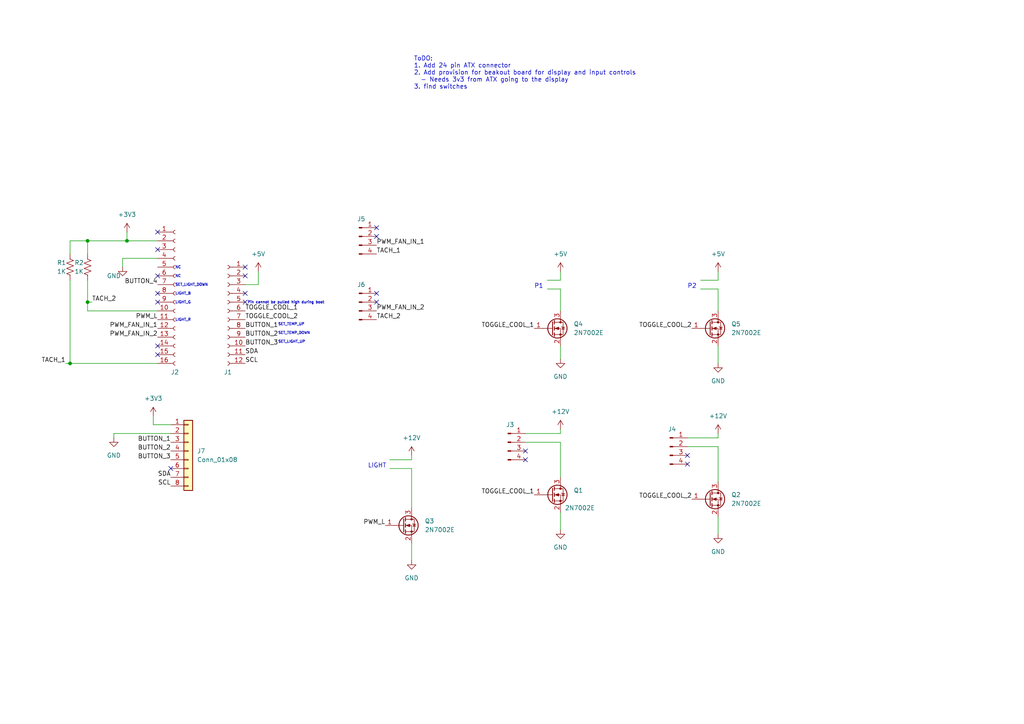
<source format=kicad_sch>
(kicad_sch (version 20230121) (generator eeschema)
  (paper "A4")
  (lib_symbols
    (symbol "Connector:Conn_01x04_Pin" (pin_names (offset 1.016) hide)
      (property "Reference" "J" (at 0 5.08 0))
      (property "Value" "Conn_01x04_Pin" (at 0 -7.62 0))
      (symbol "Conn_01x04_Pin_1_1"
        (polyline (pts (xy 1.27 -5.08) (xy 0.8636 -5.08)) (stroke (width 0.1524)))
        (polyline (pts (xy 1.27 -2.54) (xy 0.8636 -2.54)) (stroke (width 0.1524)))
        (polyline (pts (xy 1.27 0) (xy 0.8636 0)) (stroke (width 0.1524)))
        (polyline (pts (xy 1.27 2.54) (xy 0.8636 2.54)) (stroke (width 0.1524)))
        (rectangle (start 0.8636 -4.953) (end 0 -5.207) (stroke (width 0.1524)) (fill (type outline)))
        (rectangle (start 0.8636 -2.413) (end 0 -2.667) (stroke (width 0.1524)) (fill (type outline)))
        (rectangle (start 0.8636 0.127) (end 0 -0.127) (stroke (width 0.1524)) (fill (type outline)))
        (rectangle (start 0.8636 2.667) (end 0 2.413) (stroke (width 0.1524)) (fill (type outline)))
        (pin passive line (at 5.08 2.54 180) (length 3.81) (name "Pin_1") (number "1"))
        (pin passive line (at 5.08 0 180) (length 3.81) (name "Pin_2") (number "2"))
        (pin passive line (at 5.08 -2.54 180) (length 3.81) (name "Pin_3") (number "3"))
        (pin passive line (at 5.08 -5.08 180) (length 3.81) (name "Pin_4") (number "4"))
      )
    )
    (symbol "Connector:Conn_01x12_Socket" (pin_names (offset 1.016) hide)
      (property "Reference" "J" (at 0 15.24 0))
      (property "Value" "Conn_01x12_Socket" (at 0 -17.78 0))
      (symbol "Conn_01x12_Socket_1_1"
        (arc (start 0 -14.732) (mid -0.5058 -15.24) (end 0 -15.748) (stroke (width 0.1524)))
        (arc (start 0 -12.192) (mid -0.5058 -12.7) (end 0 -13.208) (stroke (width 0.1524)))
        (arc (start 0 -9.652) (mid -0.5058 -10.16) (end 0 -10.668) (stroke (width 0.1524)))
        (arc (start 0 -7.112) (mid -0.5058 -7.62) (end 0 -8.128) (stroke (width 0.1524)))
        (arc (start 0 -4.572) (mid -0.5058 -5.08) (end 0 -5.588) (stroke (width 0.1524)))
        (arc (start 0 -2.032) (mid -0.5058 -2.54) (end 0 -3.048) (stroke (width 0.1524)))
        (polyline (pts (xy -1.27 -15.24) (xy -0.508 -15.24)) (stroke (width 0.1524)))
        (polyline (pts (xy -1.27 -12.7) (xy -0.508 -12.7)) (stroke (width 0.1524)))
        (polyline (pts (xy -1.27 -10.16) (xy -0.508 -10.16)) (stroke (width 0.1524)))
        (polyline (pts (xy -1.27 -7.62) (xy -0.508 -7.62)) (stroke (width 0.1524)))
        (polyline (pts (xy -1.27 -5.08) (xy -0.508 -5.08)) (stroke (width 0.1524)))
        (polyline (pts (xy -1.27 -2.54) (xy -0.508 -2.54)) (stroke (width 0.1524)))
        (polyline (pts (xy -1.27 0) (xy -0.508 0)) (stroke (width 0.1524)))
        (polyline (pts (xy -1.27 2.54) (xy -0.508 2.54)) (stroke (width 0.1524)))
        (polyline (pts (xy -1.27 5.08) (xy -0.508 5.08)) (stroke (width 0.1524)))
        (polyline (pts (xy -1.27 7.62) (xy -0.508 7.62)) (stroke (width 0.1524)))
        (polyline (pts (xy -1.27 10.16) (xy -0.508 10.16)) (stroke (width 0.1524)))
        (polyline (pts (xy -1.27 12.7) (xy -0.508 12.7)) (stroke (width 0.1524)))
        (arc (start 0 0.508) (mid -0.5058 0) (end 0 -0.508) (stroke (width 0.1524)))
        (arc (start 0 3.048) (mid -0.5058 2.54) (end 0 2.032) (stroke (width 0.1524)))
        (arc (start 0 5.588) (mid -0.5058 5.08) (end 0 4.572) (stroke (width 0.1524)))
        (arc (start 0 8.128) (mid -0.5058 7.62) (end 0 7.112) (stroke (width 0.1524)))
        (arc (start 0 10.668) (mid -0.5058 10.16) (end 0 9.652) (stroke (width 0.1524)))
        (arc (start 0 13.208) (mid -0.5058 12.7) (end 0 12.192) (stroke (width 0.1524)))
        (pin passive line (at -5.08 12.7 0) (length 3.81) (name "Pin_1") (number "1"))
        (pin passive line (at -5.08 -10.16 0) (length 3.81) (name "Pin_10") (number "10"))
        (pin passive line (at -5.08 -12.7 0) (length 3.81) (name "Pin_11") (number "11"))
        (pin passive line (at -5.08 -15.24 0) (length 3.81) (name "Pin_12") (number "12"))
        (pin passive line (at -5.08 10.16 0) (length 3.81) (name "Pin_2") (number "2"))
        (pin passive line (at -5.08 7.62 0) (length 3.81) (name "Pin_3") (number "3"))
        (pin passive line (at -5.08 5.08 0) (length 3.81) (name "Pin_4") (number "4"))
        (pin passive line (at -5.08 2.54 0) (length 3.81) (name "Pin_5") (number "5"))
        (pin passive line (at -5.08 0 0) (length 3.81) (name "Pin_6") (number "6"))
        (pin passive line (at -5.08 -2.54 0) (length 3.81) (name "Pin_7") (number "7"))
        (pin passive line (at -5.08 -5.08 0) (length 3.81) (name "Pin_8") (number "8"))
        (pin passive line (at -5.08 -7.62 0) (length 3.81) (name "Pin_9") (number "9"))
      )
    )
    (symbol "Connector:Conn_01x16_Socket" (pin_names (offset 1.016) hide)
      (property "Reference" "J" (at 0 20.32 0))
      (property "Value" "Conn_01x16_Socket" (at 0 -22.86 0))
      (symbol "Conn_01x16_Socket_1_1"
        (arc (start 0 -19.812) (mid -0.5058 -20.32) (end 0 -20.828) (stroke (width 0.1524)))
        (arc (start 0 -17.272) (mid -0.5058 -17.78) (end 0 -18.288) (stroke (width 0.1524)))
        (arc (start 0 -14.732) (mid -0.5058 -15.24) (end 0 -15.748) (stroke (width 0.1524)))
        (arc (start 0 -12.192) (mid -0.5058 -12.7) (end 0 -13.208) (stroke (width 0.1524)))
        (arc (start 0 -9.652) (mid -0.5058 -10.16) (end 0 -10.668) (stroke (width 0.1524)))
        (arc (start 0 -7.112) (mid -0.5058 -7.62) (end 0 -8.128) (stroke (width 0.1524)))
        (arc (start 0 -4.572) (mid -0.5058 -5.08) (end 0 -5.588) (stroke (width 0.1524)))
        (arc (start 0 -2.032) (mid -0.5058 -2.54) (end 0 -3.048) (stroke (width 0.1524)))
        (polyline (pts (xy -1.27 -20.32) (xy -0.508 -20.32)) (stroke (width 0.1524)))
        (polyline (pts (xy -1.27 -17.78) (xy -0.508 -17.78)) (stroke (width 0.1524)))
        (polyline (pts (xy -1.27 -15.24) (xy -0.508 -15.24)) (stroke (width 0.1524)))
        (polyline (pts (xy -1.27 -12.7) (xy -0.508 -12.7)) (stroke (width 0.1524)))
        (polyline (pts (xy -1.27 -10.16) (xy -0.508 -10.16)) (stroke (width 0.1524)))
        (polyline (pts (xy -1.27 -7.62) (xy -0.508 -7.62)) (stroke (width 0.1524)))
        (polyline (pts (xy -1.27 -5.08) (xy -0.508 -5.08)) (stroke (width 0.1524)))
        (polyline (pts (xy -1.27 -2.54) (xy -0.508 -2.54)) (stroke (width 0.1524)))
        (polyline (pts (xy -1.27 0) (xy -0.508 0)) (stroke (width 0.1524)))
        (polyline (pts (xy -1.27 2.54) (xy -0.508 2.54)) (stroke (width 0.1524)))
        (polyline (pts (xy -1.27 5.08) (xy -0.508 5.08)) (stroke (width 0.1524)))
        (polyline (pts (xy -1.27 7.62) (xy -0.508 7.62)) (stroke (width 0.1524)))
        (polyline (pts (xy -1.27 10.16) (xy -0.508 10.16)) (stroke (width 0.1524)))
        (polyline (pts (xy -1.27 12.7) (xy -0.508 12.7)) (stroke (width 0.1524)))
        (polyline (pts (xy -1.27 15.24) (xy -0.508 15.24)) (stroke (width 0.1524)))
        (polyline (pts (xy -1.27 17.78) (xy -0.508 17.78)) (stroke (width 0.1524)))
        (arc (start 0 0.508) (mid -0.5058 0) (end 0 -0.508) (stroke (width 0.1524)))
        (arc (start 0 3.048) (mid -0.5058 2.54) (end 0 2.032) (stroke (width 0.1524)))
        (arc (start 0 5.588) (mid -0.5058 5.08) (end 0 4.572) (stroke (width 0.1524)))
        (arc (start 0 8.128) (mid -0.5058 7.62) (end 0 7.112) (stroke (width 0.1524)))
        (arc (start 0 10.668) (mid -0.5058 10.16) (end 0 9.652) (stroke (width 0.1524)))
        (arc (start 0 13.208) (mid -0.5058 12.7) (end 0 12.192) (stroke (width 0.1524)))
        (arc (start 0 15.748) (mid -0.5058 15.24) (end 0 14.732) (stroke (width 0.1524)))
        (arc (start 0 18.288) (mid -0.5058 17.78) (end 0 17.272) (stroke (width 0.1524)))
        (pin passive line (at -5.08 17.78 0) (length 3.81) (name "Pin_1") (number "1"))
        (pin passive line (at -5.08 -5.08 0) (length 3.81) (name "Pin_10") (number "10"))
        (pin passive line (at -5.08 -7.62 0) (length 3.81) (name "Pin_11") (number "11"))
        (pin passive line (at -5.08 -10.16 0) (length 3.81) (name "Pin_12") (number "12"))
        (pin passive line (at -5.08 -12.7 0) (length 3.81) (name "Pin_13") (number "13"))
        (pin passive line (at -5.08 -15.24 0) (length 3.81) (name "Pin_14") (number "14"))
        (pin passive line (at -5.08 -17.78 0) (length 3.81) (name "Pin_15") (number "15"))
        (pin passive line (at -5.08 -20.32 0) (length 3.81) (name "Pin_16") (number "16"))
        (pin passive line (at -5.08 15.24 0) (length 3.81) (name "Pin_2") (number "2"))
        (pin passive line (at -5.08 12.7 0) (length 3.81) (name "Pin_3") (number "3"))
        (pin passive line (at -5.08 10.16 0) (length 3.81) (name "Pin_4") (number "4"))
        (pin passive line (at -5.08 7.62 0) (length 3.81) (name "Pin_5") (number "5"))
        (pin passive line (at -5.08 5.08 0) (length 3.81) (name "Pin_6") (number "6"))
        (pin passive line (at -5.08 2.54 0) (length 3.81) (name "Pin_7") (number "7"))
        (pin passive line (at -5.08 0 0) (length 3.81) (name "Pin_8") (number "8"))
        (pin passive line (at -5.08 -2.54 0) (length 3.81) (name "Pin_9") (number "9"))
      )
    )
    (symbol "Connector_Generic:Conn_01x08" (pin_names (offset 1.016) hide)
      (property "Reference" "J" (at 0 10.16 0))
      (property "Value" "Conn_01x08" (at 0 -12.7 0))
      (symbol "Conn_01x08_1_1"
        (rectangle (start -1.27 -10.033) (end 0 -10.287) (stroke (width 0.1524)))
        (rectangle (start -1.27 -7.493) (end 0 -7.747) (stroke (width 0.1524)))
        (rectangle (start -1.27 -4.953) (end 0 -5.207) (stroke (width 0.1524)))
        (rectangle (start -1.27 -2.413) (end 0 -2.667) (stroke (width 0.1524)))
        (rectangle (start -1.27 0.127) (end 0 -0.127) (stroke (width 0.1524)))
        (rectangle (start -1.27 2.667) (end 0 2.413) (stroke (width 0.1524)))
        (rectangle (start -1.27 5.207) (end 0 4.953) (stroke (width 0.1524)))
        (rectangle (start -1.27 7.747) (end 0 7.493) (stroke (width 0.1524)))
        (rectangle (start -1.27 8.89) (end 1.27 -11.43) (stroke (width 0.254)) (fill (type background)))
        (pin passive line (at -5.08 7.62 0) (length 3.81) (name "Pin_1") (number "1"))
        (pin passive line (at -5.08 5.08 0) (length 3.81) (name "Pin_2") (number "2"))
        (pin passive line (at -5.08 2.54 0) (length 3.81) (name "Pin_3") (number "3"))
        (pin passive line (at -5.08 0 0) (length 3.81) (name "Pin_4") (number "4"))
        (pin passive line (at -5.08 -2.54 0) (length 3.81) (name "Pin_5") (number "5"))
        (pin passive line (at -5.08 -5.08 0) (length 3.81) (name "Pin_6") (number "6"))
        (pin passive line (at -5.08 -7.62 0) (length 3.81) (name "Pin_7") (number "7"))
        (pin passive line (at -5.08 -10.16 0) (length 3.81) (name "Pin_8") (number "8"))
      )
    )
    (symbol "Device:R_US" (pin_numbers hide) (pin_names (offset 0))
      (property "Reference" "R" (at 2.54 0 90))
      (property "Value" "R_US" (at -2.54 0 90))
      (symbol "R_US_0_1"
        (polyline (pts (xy 0 -2.286) (xy 0 -2.54)))
        (polyline (pts (xy 0 2.286) (xy 0 2.54)))
        (polyline (pts (xy 0 -0.762) (xy 1.016 -1.143) (xy 0 -1.524) (xy -1.016 -1.905) (xy 0 -2.286)))
        (polyline (pts (xy 0 0.762) (xy 1.016 0.381) (xy 0 0) (xy -1.016 -0.381) (xy 0 -0.762)))
        (polyline (pts (xy 0 2.286) (xy 1.016 1.905) (xy 0 1.524) (xy -1.016 1.143) (xy 0 0.762)))
      )
      (symbol "R_US_1_1"
        (pin passive line (at 0 3.81 270) (length 1.27) (name "~") (number "1"))
        (pin passive line (at 0 -3.81 90) (length 1.27) (name "~") (number "2"))
      )
    )
    (symbol "Transistor_FET:2N7002E" (pin_names hide)
      (property "Reference" "Q" (at 5.08 1.905 0))
      (property "Value" "2N7002E" (at 5.08 0 0))
      (symbol "2N7002E_0_1"
        (polyline (pts (xy 0.254 0) (xy -2.54 0)))
        (polyline (pts (xy 0.254 1.905) (xy 0.254 -1.905)) (stroke (width 0.254)))
        (polyline (pts (xy 0.762 -1.27) (xy 0.762 -2.286)) (stroke (width 0.254)))
        (polyline (pts (xy 0.762 0.508) (xy 0.762 -0.508)) (stroke (width 0.254)))
        (polyline (pts (xy 0.762 2.286) (xy 0.762 1.27)) (stroke (width 0.254)))
        (polyline (pts (xy 2.54 2.54) (xy 2.54 1.778)))
        (polyline (pts (xy 2.54 -2.54) (xy 2.54 0) (xy 0.762 0)))
        (polyline (pts (xy 0.762 -1.778) (xy 3.302 -1.778) (xy 3.302 1.778) (xy 0.762 1.778)))
        (polyline (pts (xy 1.016 0) (xy 2.032 0.381) (xy 2.032 -0.381) (xy 1.016 0)) (fill (type outline)))
        (polyline (pts (xy 2.794 0.508) (xy 2.921 0.381) (xy 3.683 0.381) (xy 3.81 0.254)))
        (polyline (pts (xy 3.302 0.381) (xy 2.921 -0.254) (xy 3.683 -0.254) (xy 3.302 0.381)))
        (circle (center 1.651 0) (radius 2.794) (stroke (width 0.254)))
        (circle (center 2.54 -1.778) (radius 0.254) (fill (type outline)))
        (circle (center 2.54 1.778) (radius 0.254) (fill (type outline)))
      )
      (symbol "2N7002E_1_1"
        (pin input line (at -5.08 0 0) (length 2.54) (name "G") (number "1"))
        (pin passive line (at 2.54 -5.08 90) (length 2.54) (name "S") (number "2"))
        (pin passive line (at 2.54 5.08 270) (length 2.54) (name "D") (number "3"))
      )
    )
    (symbol "power:+12V" (power) (pin_names (offset 0))
      (property "Value" "+12V" (at 0 3.556 0))
      (symbol "+12V_0_1"
        (polyline (pts (xy -0.762 1.27) (xy 0 2.54)))
        (polyline (pts (xy 0 0) (xy 0 2.54)))
        (polyline (pts (xy 0 2.54) (xy 0.762 1.27)))
      )
      (symbol "+12V_1_1"
        (pin power_in line (at 0 0 90) (length 0) hide (name "+12V") (number "1"))
      )
    )
    (symbol "power:+3V3" (power) (pin_names (offset 0))
      (property "Value" "+3V3" (at 0 3.556 0))
      (symbol "+3V3_0_1"
        (polyline (pts (xy -0.762 1.27) (xy 0 2.54)))
        (polyline (pts (xy 0 0) (xy 0 2.54)))
        (polyline (pts (xy 0 2.54) (xy 0.762 1.27)))
      )
      (symbol "+3V3_1_1"
        (pin power_in line (at 0 0 90) (length 0) hide (name "+3V3") (number "1"))
      )
    )
    (symbol "power:+5V" (power) (pin_names (offset 0))
      (property "Value" "+5V" (at 0 3.556 0))
      (symbol "+5V_0_1"
        (polyline (pts (xy -0.762 1.27) (xy 0 2.54)))
        (polyline (pts (xy 0 0) (xy 0 2.54)))
        (polyline (pts (xy 0 2.54) (xy 0.762 1.27)))
      )
      (symbol "+5V_1_1"
        (pin power_in line (at 0 0 90) (length 0) hide (name "+5V") (number "1"))
      )
    )
    (symbol "power:GND" (power) (pin_names (offset 0))
      (property "Value" "GND" (at 0 -3.81 0))
      (symbol "GND_0_1"
        (polyline (pts (xy 0 0) (xy 0 -1.27) (xy 1.27 -1.27) (xy 0 -2.54) (xy -1.27 -1.27) (xy 0 -1.27)))
      )
      (symbol "GND_1_1"
        (pin power_in line (at 0 0 270) (length 0) hide (name "GND") (number "1"))
      )
    )
  )
  (junction (at 36.83 69.85))
  (junction (at 25.4 87.63))
  (junction (at 20.32 105.41))
  (junction (at 25.4 69.85))
  (no_connect (at 109.22 66.04))
  (no_connect (at 71.12 87.63))
  (no_connect (at 45.72 67.31))
  (no_connect (at 152.4 130.81))
  (no_connect (at 199.39 134.62))
  (no_connect (at 45.72 102.87))
  (no_connect (at 45.72 72.39))
  (no_connect (at 45.72 87.63))
  (no_connect (at 45.72 85.09))
  (no_connect (at 109.22 68.58))
  (no_connect (at 45.72 80.01))
  (no_connect (at 45.72 100.33))
  (no_connect (at 152.4 133.35))
  (no_connect (at 199.39 132.08))
  (no_connect (at 71.12 85.09))
  (no_connect (at 49.53 135.89))
  (no_connect (at 109.22 87.63))
  (no_connect (at 71.12 77.47))
  (no_connect (at 71.12 80.01))
  (no_connect (at 109.22 85.09))
  (wire (pts (xy 20.32 69.85) (xy 25.4 69.85)))
  (wire (pts (xy 33.02 125.73) (xy 33.02 127)))
  (wire (pts (xy 20.32 105.41) (xy 45.72 105.41)))
  (wire (pts (xy 203.2 83.82) (xy 208.28 83.82)))
  (wire (pts (xy 25.4 81.28) (xy 25.4 87.63)))
  (wire (pts (xy 36.83 67.31) (xy 36.83 69.85)))
  (wire (pts (xy 44.45 120.65) (xy 44.45 123.19)))
  (wire (pts (xy 113.03 135.89) (xy 119.38 135.89)))
  (wire (pts (xy 162.56 124.46) (xy 162.56 125.73)))
  (wire (pts (xy 162.56 83.82) (xy 162.56 90.17)))
  (wire (pts (xy 26.67 87.63) (xy 25.4 87.63)))
  (wire (pts (xy 208.28 129.54) (xy 208.28 139.7)))
  (wire (pts (xy 162.56 78.74) (xy 162.56 81.28)))
  (wire (pts (xy 71.12 82.55) (xy 74.93 82.55)))
  (wire (pts (xy 20.32 73.66) (xy 20.32 69.85)))
  (wire (pts (xy 152.4 128.27) (xy 162.56 128.27)))
  (wire (pts (xy 199.39 127) (xy 208.28 127)))
  (wire (pts (xy 119.38 157.48) (xy 119.38 162.56)))
  (wire (pts (xy 45.72 69.85) (xy 36.83 69.85)))
  (wire (pts (xy 20.32 81.28) (xy 20.32 105.41)))
  (wire (pts (xy 162.56 148.59) (xy 162.56 153.67)))
  (wire (pts (xy 113.03 133.35) (xy 119.38 133.35)))
  (wire (pts (xy 49.53 123.19) (xy 44.45 123.19)))
  (wire (pts (xy 119.38 135.89) (xy 119.38 147.32)))
  (wire (pts (xy 119.38 132.08) (xy 119.38 133.35)))
  (wire (pts (xy 74.93 78.74) (xy 74.93 82.55)))
  (wire (pts (xy 25.4 90.17) (xy 45.72 90.17)))
  (wire (pts (xy 162.56 128.27) (xy 162.56 138.43)))
  (wire (pts (xy 25.4 69.85) (xy 25.4 73.66)))
  (wire (pts (xy 208.28 90.17) (xy 208.28 83.82)))
  (wire (pts (xy 208.28 100.33) (xy 208.28 105.41)))
  (wire (pts (xy 208.28 125.73) (xy 208.28 127)))
  (wire (pts (xy 49.53 125.73) (xy 33.02 125.73)))
  (wire (pts (xy 45.72 74.93) (xy 35.56 74.93)))
  (wire (pts (xy 158.75 81.28) (xy 162.56 81.28)))
  (wire (pts (xy 208.28 78.74) (xy 208.28 81.28)))
  (wire (pts (xy 199.39 129.54) (xy 208.28 129.54)))
  (wire (pts (xy 158.75 83.82) (xy 162.56 83.82)))
  (wire (pts (xy 35.56 74.93) (xy 35.56 77.47)))
  (wire (pts (xy 25.4 69.85) (xy 36.83 69.85)))
  (wire (pts (xy 19.05 105.41) (xy 20.32 105.41)))
  (wire (pts (xy 208.28 149.86) (xy 208.28 154.94)))
  (wire (pts (xy 203.2 81.28) (xy 208.28 81.28)))
  (wire (pts (xy 162.56 100.33) (xy 162.56 104.14)))
  (wire (pts (xy 25.4 87.63) (xy 25.4 90.17)))
  (wire (pts (xy 152.4 125.73) (xy 162.56 125.73)))
  (text "SET_TEMP_DOWN" (at 80.645 97.155 0) (effects (font (size 0.75 0.75)) (justify left bottom)))
  (text "P1\n" (at 154.94 83.82 0) (effects (font (size 1.27 1.27)) (justify left bottom)))
  (text "SET_LIGHT_UP" (at 80.645 99.695 0) (effects (font (size 0.75 0.75)) (justify left bottom)))
  (text "NC" (at 50.8 78.105 0) (effects (font (size 0.75 0.75)) (justify left bottom)))
  (text "NC\n" (at 50.8 80.645 0) (effects (font (size 0.75 0.75)) (justify left bottom)))
  (text "LIGHT_R" (at 50.8 93.345 0) (effects (font (size 0.75 0.75)) (justify left bottom)))
  (text "LIGHT_B\n" (at 50.8 85.725 0) (effects (font (size 0.75 0.75)) (justify left bottom)))
  (text "LIGHT\n" (at 106.68 135.89 0) (effects (font (size 1.27 1.27)) (justify left bottom)))
  (text "P2" (at 199.39 83.82 0) (effects (font (size 1.27 1.27)) (justify left bottom)))
  (text "SET_TEMP_UP" (at 80.645 94.615 0) (effects (font (size 0.75 0.75)) (justify left bottom)))
  (text "LIGHT_G\n" (at 50.8 88.265 0) (effects (font (size 0.75 0.75)) (justify left bottom)))
  (text "Pin cannot be pulled high during boot" (at 71.755 88.265 0) (effects (font (size 0.75 0.75)) (justify left bottom)))
  (text "ToDO:\n1. Add 24 pin ATX connector\n2. Add provision for beakout board for display and input controls\n  - Needs 3v3 from ATX going to the display\n3. find switches" (at 120.015 26.035 0) (effects (font (size 1.27 1.27)) (justify left bottom)))
  (text "SET_LIGHT_DOWN" (at 50.8 83.185 0) (effects (font (size 0.75 0.75)) (justify left bottom)))
  (label "BUTTON_1" (at 71.12 95.25 0))
  (label "SCL" (at 71.12 105.41 0))
  (label "PWM_FAN_IN_1" (at 109.22 71.12 0))
  (label "SDA" (at 49.53 138.43 180))
  (label "TOGGLE_COOL_1" (at 71.12 90.17 0))
  (label "PWM_FAN_IN_1" (at 45.72 95.25 180))
  (label "TOGGLE_COOL_2" (at 200.66 144.78 180))
  (label "TACH_1" (at 109.22 73.66 0))
  (label "SDA" (at 71.12 102.87 0))
  (label "TOGGLE_COOL_2" (at 200.66 95.25 180))
  (label "PWM_L" (at 45.72 92.71 180))
  (label "BUTTON_3" (at 49.53 133.35 180))
  (label "PWM_FAN_IN_2" (at 109.22 90.17 0))
  (label "SCL" (at 49.53 140.97 180))
  (label "TOGGLE_COOL_2" (at 71.12 92.71 0))
  (label "PWM_L" (at 111.76 152.4 180))
  (label "TACH_2" (at 109.22 92.71 0))
  (label "TACH_2" (at 26.67 87.63 0))
  (label "BUTTON_2" (at 49.53 130.81 180))
  (label "BUTTON_4" (at 45.72 82.55 180))
  (label "TOGGLE_COOL_1" (at 154.94 143.51 180))
  (label "TACH_1" (at 19.05 105.41 180))
  (label "BUTTON_3" (at 71.12 100.33 0))
  (label "BUTTON_2" (at 71.12 97.79 0))
  (label "TOGGLE_COOL_1" (at 154.94 95.25 180))
  (label "BUTTON_1" (at 49.53 128.27 180))
  (label "PWM_FAN_IN_2" (at 45.72 97.79 180))
  (symbol (lib_id "power:GND") (at 208.28 105.41 0) (unit 1)
    (property "Reference" "#PWR013" (effects hide))
    (property "Value" "GND" (at 208.28 110.49 0))
  )
  (symbol (lib_id "Connector:Conn_01x04_Pin") (at 194.31 129.54 0) (unit 1)
    (property "Reference" "J4" (at 194.945 124.46 0))
    (property "Value" "Conn_01x04_Pin" (effects hide))
  )
  (symbol (lib_id "Transistor_FET:2N7002E") (at 205.74 95.25 0) (unit 1)
    (property "Reference" "Q5" (at 212.09 93.98 0) (effects (justify left)))
    (property "Value" "2N7002E" (at 212.09 96.52 0) (effects (justify left)))
    (property "Footprint" "Package_TO_SOT_SMD:SOT-23" (effects hide))
    (property "Datasheet" "http://www.diodes.com/assets/Datasheets/ds30376.pdf" (effects hide))
  )
  (symbol (lib_id "Device:R_US") (at 25.4 77.47 0) (unit 1)
    (property "Reference" "R2" (at 21.59 76.2 0) (effects (justify left)))
    (property "Value" "1K" (at 21.59 78.74 0) (effects (justify left)))
  )
  (symbol (lib_id "power:+12V") (at 162.56 124.46 0) (unit 1)
    (property "Reference" "#PWR04" (effects hide))
    (property "Value" "+12V" (at 162.56 119.38 0))
  )
  (symbol (lib_id "Connector:Conn_01x16_Socket") (at 50.8 85.09 0) (unit 1)
    (property "Reference" "J2" (at 49.53 107.95 0) (effects (justify left)))
    (property "Value" "Conn_01x16_Socket" (effects hide))
  )
  (symbol (lib_id "power:+3V3") (at 44.45 120.65 0) (unit 1)
    (property "Reference" "#PWR014" (effects hide))
    (property "Value" "+3V3" (at 44.45 115.57 0))
  )
  (symbol (lib_id "power:+5V") (at 162.56 78.74 0) (unit 1)
    (property "Reference" "#PWR07" (effects hide))
    (property "Value" "+5V" (at 162.56 73.66 0))
  )
  (symbol (lib_id "power:GND") (at 208.28 154.94 0) (unit 1)
    (property "Reference" "#PWR010" (effects hide))
    (property "Value" "GND" (at 208.28 160.02 0))
  )
  (symbol (lib_id "power:GND") (at 162.56 104.14 0) (unit 1)
    (property "Reference" "#PWR012" (effects hide))
    (property "Value" "GND" (at 162.56 109.22 0))
  )
  (symbol (lib_id "power:+5V") (at 208.28 78.74 0) (unit 1)
    (property "Reference" "#PWR08" (effects hide))
    (property "Value" "+5V" (at 208.28 73.66 0))
  )
  (symbol (lib_id "power:GND") (at 33.02 127 0) (unit 1)
    (property "Reference" "#PWR015" (effects hide))
    (property "Value" "GND" (at 33.02 132.08 0))
  )
  (symbol (lib_id "power:GND") (at 162.56 153.67 0) (unit 1)
    (property "Reference" "#PWR09" (effects hide))
    (property "Value" "GND" (at 162.56 158.75 0))
  )
  (symbol (lib_id "Transistor_FET:2N7002E") (at 116.84 152.4 0) (unit 1)
    (property "Reference" "Q3" (at 123.19 151.13 0) (effects (justify left)))
    (property "Value" "2N7002E" (at 123.19 153.67 0) (effects (justify left)))
    (property "Footprint" "Package_TO_SOT_SMD:SOT-23" (effects hide))
    (property "Datasheet" "http://www.diodes.com/assets/Datasheets/ds30376.pdf" (effects hide))
  )
  (symbol (lib_id "Transistor_FET:2N7002E") (at 205.74 144.78 0) (unit 1)
    (property "Reference" "Q2" (at 212.09 143.51 0) (effects (justify left)))
    (property "Value" "2N7002E" (at 212.09 146.05 0) (effects (justify left)))
    (property "Footprint" "Package_TO_SOT_SMD:SOT-23" (effects hide))
    (property "Datasheet" "http://www.diodes.com/assets/Datasheets/ds30376.pdf" (effects hide))
  )
  (symbol (lib_id "Transistor_FET:2N7002E") (at 160.02 143.51 0) (unit 1)
    (property "Reference" "Q1" (at 166.37 142.24 0) (effects (justify left)))
    (property "Value" "2N7002E" (at 163.83 147.32 0) (effects (justify left)))
    (property "Footprint" "Package_TO_SOT_SMD:SOT-23" (effects hide))
    (property "Datasheet" "http://www.diodes.com/assets/Datasheets/ds30376.pdf" (effects hide))
  )
  (symbol (lib_id "power:GND") (at 119.38 162.56 0) (unit 1)
    (property "Reference" "#PWR011" (effects hide))
    (property "Value" "GND" (at 119.38 167.64 0))
  )
  (symbol (lib_id "Connector:Conn_01x04_Pin") (at 104.14 87.63 0) (unit 1)
    (property "Reference" "J6" (at 104.775 82.55 0))
    (property "Value" "Conn_01x04_Pin" (effects hide))
  )
  (symbol (lib_id "Device:R_US") (at 20.32 77.47 0) (unit 1)
    (property "Reference" "R1" (at 16.51 76.2 0) (effects (justify left)))
    (property "Value" "1K" (at 16.51 78.74 0) (effects (justify left)))
  )
  (symbol (lib_id "Transistor_FET:2N7002E") (at 160.02 95.25 0) (unit 1)
    (property "Reference" "Q4" (at 166.37 93.98 0) (effects (justify left)))
    (property "Value" "2N7002E" (at 166.37 96.52 0) (effects (justify left)))
    (property "Footprint" "Package_TO_SOT_SMD:SOT-23" (effects hide))
    (property "Datasheet" "http://www.diodes.com/assets/Datasheets/ds30376.pdf" (effects hide))
  )
  (symbol (lib_id "Connector:Conn_01x12_Socket") (at 66.04 90.17 0) (mirror y) (unit 1)
    (property "Reference" "J1" (at 67.31 107.95 0) (effects (justify left)))
    (property "Value" "Conn_01x12_Socket" (effects hide))
  )
  (symbol (lib_id "Connector:Conn_01x04_Pin") (at 147.32 128.27 0) (unit 1)
    (property "Reference" "J3" (at 147.955 123.19 0))
    (property "Value" "Conn_01x04_Pin" (effects hide))
  )
  (symbol (lib_id "Connector_Generic:Conn_01x08") (at 54.61 130.81 0) (unit 1)
    (property "Reference" "J7" (at 57.15 130.81 0) (effects (justify left)))
    (property "Value" "Conn_01x08" (at 57.15 133.35 0) (effects (justify left)))
  )
  (symbol (lib_id "power:+3V3") (at 36.83 67.31 0) (unit 1)
    (property "Reference" "#PWR02" (effects hide))
    (property "Value" "+3V3" (at 36.83 62.23 0))
  )
  (symbol (lib_id "power:+12V") (at 208.28 125.73 0) (unit 1)
    (property "Reference" "#PWR05" (effects hide))
    (property "Value" "+12V" (at 208.28 120.65 0))
  )
  (symbol (lib_id "power:+12V") (at 119.38 132.08 0) (unit 1)
    (property "Reference" "#PWR06" (effects hide))
    (property "Value" "+12V" (at 119.38 127 0))
  )
  (symbol (lib_id "power:+5V") (at 74.93 78.74 0) (unit 1)
    (property "Reference" "#PWR01" (effects hide))
    (property "Value" "+5V" (at 74.93 73.66 0))
  )
  (symbol (lib_id "power:GND") (at 35.56 77.47 0) (unit 1)
    (property "Reference" "#PWR03" (effects hide))
    (property "Value" "GND" (at 33.02 80.01 0))
  )
  (symbol (lib_id "Connector:Conn_01x04_Pin") (at 104.14 68.58 0) (unit 1)
    (property "Reference" "J5" (at 104.775 63.5 0))
    (property "Value" "Conn_01x04_Pin" (effects hide))
  )
)
</source>
